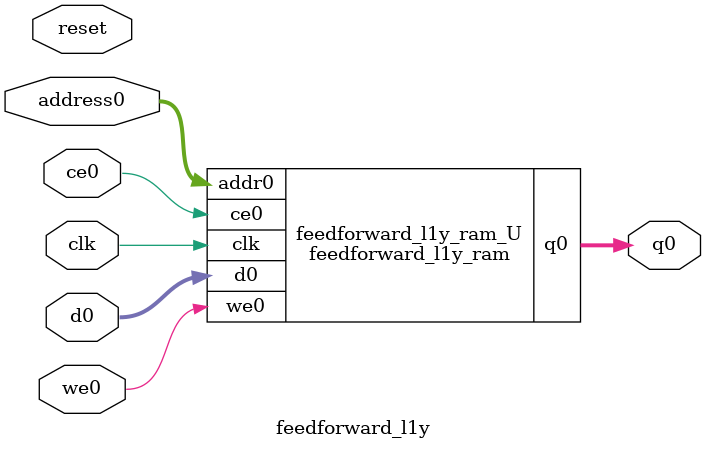
<source format=v>
`timescale 1 ns / 1 ps
module feedforward_l1y_ram (addr0, ce0, d0, we0, q0,  clk);

parameter DWIDTH = 32;
parameter AWIDTH = 4;
parameter MEM_SIZE = 16;

input[AWIDTH-1:0] addr0;
input ce0;
input[DWIDTH-1:0] d0;
input we0;
output reg[DWIDTH-1:0] q0;
input clk;

reg [DWIDTH-1:0] ram[0:MEM_SIZE-1];




always @(posedge clk)  
begin 
    if (ce0) begin
        if (we0) 
            ram[addr0] <= d0; 
        q0 <= ram[addr0];
    end
end


endmodule

`timescale 1 ns / 1 ps
module feedforward_l1y(
    reset,
    clk,
    address0,
    ce0,
    we0,
    d0,
    q0);

parameter DataWidth = 32'd32;
parameter AddressRange = 32'd16;
parameter AddressWidth = 32'd4;
input reset;
input clk;
input[AddressWidth - 1:0] address0;
input ce0;
input we0;
input[DataWidth - 1:0] d0;
output[DataWidth - 1:0] q0;



feedforward_l1y_ram feedforward_l1y_ram_U(
    .clk( clk ),
    .addr0( address0 ),
    .ce0( ce0 ),
    .we0( we0 ),
    .d0( d0 ),
    .q0( q0 ));

endmodule


</source>
